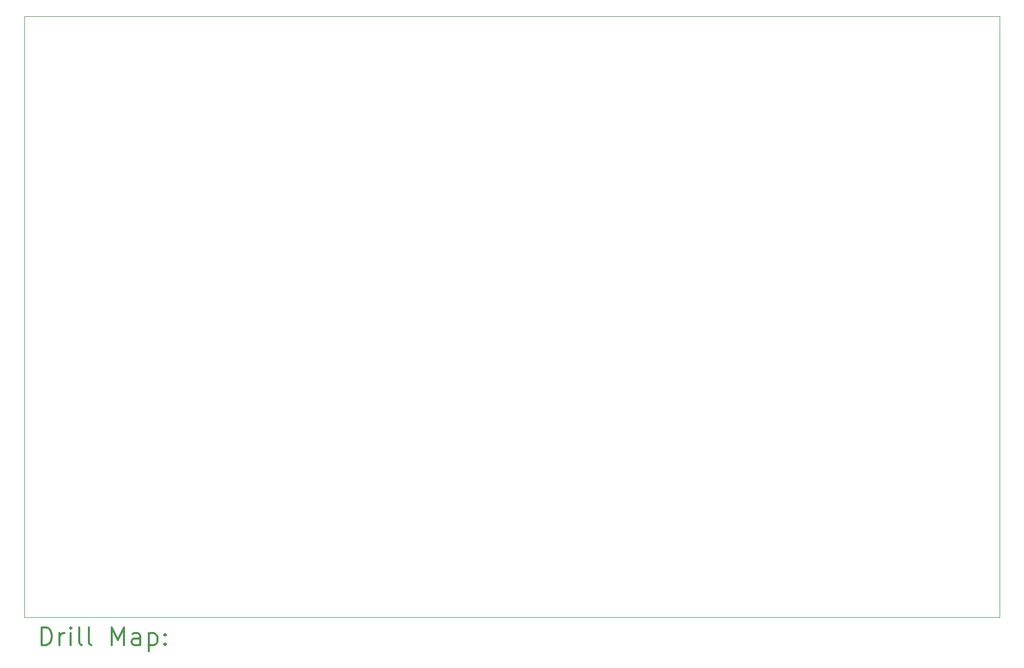
<source format=gbr>
%FSLAX45Y45*%
G04 Gerber Fmt 4.5, Leading zero omitted, Abs format (unit mm)*
G04 Created by KiCad (PCBNEW (5.1.6-0-10_14)) date 2022-01-22 16:52:27*
%MOMM*%
%LPD*%
G01*
G04 APERTURE LIST*
%TA.AperFunction,Profile*%
%ADD10C,0.050000*%
%TD*%
%ADD11C,0.200000*%
%ADD12C,0.300000*%
G04 APERTURE END LIST*
D10*
X6604000Y-14478000D02*
X22860000Y-14478000D01*
X6604000Y-4445000D02*
X6604000Y-14478000D01*
X22860000Y-4445000D02*
X6604000Y-4445000D01*
X22860000Y-14478000D02*
X22860000Y-4445000D01*
D11*
D12*
X6887928Y-14946214D02*
X6887928Y-14646214D01*
X6959357Y-14646214D01*
X7002214Y-14660500D01*
X7030786Y-14689071D01*
X7045071Y-14717643D01*
X7059357Y-14774786D01*
X7059357Y-14817643D01*
X7045071Y-14874786D01*
X7030786Y-14903357D01*
X7002214Y-14931929D01*
X6959357Y-14946214D01*
X6887928Y-14946214D01*
X7187928Y-14946214D02*
X7187928Y-14746214D01*
X7187928Y-14803357D02*
X7202214Y-14774786D01*
X7216500Y-14760500D01*
X7245071Y-14746214D01*
X7273643Y-14746214D01*
X7373643Y-14946214D02*
X7373643Y-14746214D01*
X7373643Y-14646214D02*
X7359357Y-14660500D01*
X7373643Y-14674786D01*
X7387928Y-14660500D01*
X7373643Y-14646214D01*
X7373643Y-14674786D01*
X7559357Y-14946214D02*
X7530786Y-14931929D01*
X7516500Y-14903357D01*
X7516500Y-14646214D01*
X7716500Y-14946214D02*
X7687928Y-14931929D01*
X7673643Y-14903357D01*
X7673643Y-14646214D01*
X8059357Y-14946214D02*
X8059357Y-14646214D01*
X8159357Y-14860500D01*
X8259357Y-14646214D01*
X8259357Y-14946214D01*
X8530786Y-14946214D02*
X8530786Y-14789071D01*
X8516500Y-14760500D01*
X8487928Y-14746214D01*
X8430786Y-14746214D01*
X8402214Y-14760500D01*
X8530786Y-14931929D02*
X8502214Y-14946214D01*
X8430786Y-14946214D01*
X8402214Y-14931929D01*
X8387928Y-14903357D01*
X8387928Y-14874786D01*
X8402214Y-14846214D01*
X8430786Y-14831929D01*
X8502214Y-14831929D01*
X8530786Y-14817643D01*
X8673643Y-14746214D02*
X8673643Y-15046214D01*
X8673643Y-14760500D02*
X8702214Y-14746214D01*
X8759357Y-14746214D01*
X8787928Y-14760500D01*
X8802214Y-14774786D01*
X8816500Y-14803357D01*
X8816500Y-14889071D01*
X8802214Y-14917643D01*
X8787928Y-14931929D01*
X8759357Y-14946214D01*
X8702214Y-14946214D01*
X8673643Y-14931929D01*
X8945071Y-14917643D02*
X8959357Y-14931929D01*
X8945071Y-14946214D01*
X8930786Y-14931929D01*
X8945071Y-14917643D01*
X8945071Y-14946214D01*
X8945071Y-14760500D02*
X8959357Y-14774786D01*
X8945071Y-14789071D01*
X8930786Y-14774786D01*
X8945071Y-14760500D01*
X8945071Y-14789071D01*
M02*

</source>
